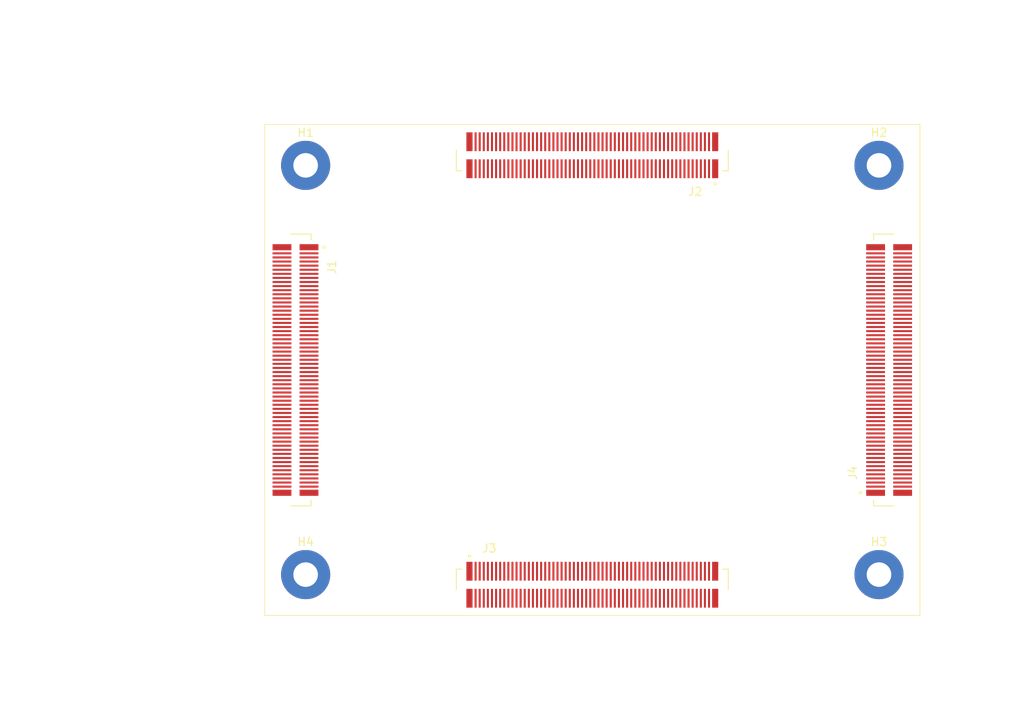
<source format=kicad_pcb>
(kicad_pcb (version 20211014) (generator pcbnew)
  (layers (0 "F.Cu" signal) (31 "B.Cu" signal) (34 "B.Paste" user) (35 "F.Paste" user) (36 "B.SilkS" user "B.Silkscreen") (37 "F.SilkS" user "F.Silkscreen") (38 "B.Mask" user) (39 "F.Mask" user) (44 "Edge.Cuts" user))
  (net 0 "")
  (footprint "pedrolib:PANASONIC_AXK6A2337YG" (layer "F.Cu") (at 140 106.237886)
    (fp_text reference "J3" (at -12.565 -4.445) (layer "F.SilkS"))
    (fp_text value "AXK6A2337YG" hide)
    (fp_line (start -16.6 0.6) (end -16.6 -1.9) (layer "F.SilkS") (width 0.127))
    (fp_line (start -16.6 -1.9) (end -15.9 -1.9) (layer "F.SilkS") (width 0.127))
    (fp_line (start 16.6 -1.9) (end 16.6 0.6) (layer "F.SilkS") (width 0.127))
    (fp_line (start 15.9 -1.9) (end 16.6 -1.9) (layer "F.SilkS") (width 0.127))
    (fp_circle (center -15 -3.5) (end -14.9 -3.5) (layer "F.SilkS") (width 0.2) (fill none))
    (pad "" np_thru_hole circle locked (at 16.05 1.2) (size 0.81 0.81) (drill 0.81) (layers *.Cu *.Mask))
    (pad "" np_thru_hole circle locked (at -16.05 1.2) (size 0.81 0.81) (drill 0.81) (layers *.Cu *.Mask))
    (pad "1" smd rect locked (at -15 -1.65) (size 0.75 2.3) (layers "F.Cu" "F.Mask"))
    (pad "2" smd rect locked (at -15 1.65) (size 0.75 2.3) (layers "F.Cu" "F.Mask"))
    (pad "3" smd rect locked (at -14.25 -1.65) (size 0.25 2.3) (layers "F.Cu" "F.Mask"))
    (pad "4" smd rect locked (at -14.25 1.65) (size 0.25 2.3) (layers "F.Cu" "F.Mask"))
    (pad "5" smd rect locked (at -13.75 -1.65) (size 0.25 2.3) (layers "F.Cu" "F.Mask"))
    (pad "6" smd rect locked (at -13.75 1.65) (size 0.25 2.3) (layers "F.Cu" "F.Mask"))
    (pad "7" smd rect locked (at -13.25 -1.65) (size 0.25 2.3) (layers "F.Cu" "F.Mask"))
    (pad "8" smd rect locked (at -13.25 1.65) (size 0.25 2.3) (layers "F.Cu" "F.Mask"))
    (pad "9" smd rect locked (at -12.75 -1.65) (size 0.25 2.3) (layers "F.Cu" "F.Mask"))
    (pad "10" smd rect locked (at -12.75 1.65) (size 0.25 2.3) (layers "F.Cu" "F.Mask"))
    (pad "11" smd rect locked (at -12.25 -1.65) (size 0.25 2.3) (layers "F.Cu" "F.Mask"))
    (pad "12" smd rect locked (at -12.25 1.65) (size 0.25 2.3) (layers "F.Cu" "F.Mask"))
    (pad "13" smd rect locked (at -11.75 -1.65) (size 0.25 2.3) (layers "F.Cu" "F.Mask"))
    (pad "14" smd rect locked (at -11.75 1.65) (size 0.25 2.3) (layers "F.Cu" "F.Mask"))
    (pad "15" smd rect locked (at -11.25 -1.65) (size 0.25 2.3) (layers "F.Cu" "F.Mask"))
    (pad "16" smd rect locked (at -11.25 1.65) (size 0.25 2.3) (layers "F.Cu" "F.Mask"))
    (pad "17" smd rect locked (at -10.75 -1.65) (size 0.25 2.3) (layers "F.Cu" "F.Mask"))
    (pad "18" smd rect locked (at -10.75 1.65) (size 0.25 2.3) (layers "F.Cu" "F.Mask"))
    (pad "19" smd rect locked (at -10.25 -1.65) (size 0.25 2.3) (layers "F.Cu" "F.Mask"))
    (pad "20" smd rect locked (at -10.25 1.65) (size 0.25 2.3) (layers "F.Cu" "F.Mask"))
    (pad "21" smd rect locked (at -9.75 -1.65) (size 0.25 2.3) (layers "F.Cu" "F.Mask"))
    (pad "22" smd rect locked (at -9.75 1.65) (size 0.25 2.3) (layers "F.Cu" "F.Mask"))
    (pad "23" smd rect locked (at -9.25 -1.65) (size 0.25 2.3) (layers "F.Cu" "F.Mask"))
    (pad "24" smd rect locked (at -9.25 1.65) (size 0.25 2.3) (layers "F.Cu" "F.Mask"))
    (pad "25" smd rect locked (at -8.75 -1.65) (size 0.25 2.3) (layers "F.Cu" "F.Mask"))
    (pad "26" smd rect locked (at -8.75 1.65) (size 0.25 2.3) (layers "F.Cu" "F.Mask"))
    (pad "27" smd rect locked (at -8.25 -1.65) (size 0.25 2.3) (layers "F.Cu" "F.Mask"))
    (pad "28" smd rect locked (at -8.25 1.65) (size 0.25 2.3) (layers "F.Cu" "F.Mask"))
    (pad "29" smd rect locked (at -7.75 -1.65) (size 0.25 2.3) (layers "F.Cu" "F.Mask"))
    (pad "30" smd rect locked (at -7.75 1.65) (size 0.25 2.3) (layers "F.Cu" "F.Mask"))
    (pad "31" smd rect locked (at -7.25 -1.65) (size 0.25 2.3) (layers "F.Cu" "F.Mask"))
    (pad "32" smd rect locked (at -7.25 1.65) (size 0.25 2.3) (layers "F.Cu" "F.Mask"))
    (pad "33" smd rect locked (at -6.75 -1.65) (size 0.25 2.3) (layers "F.Cu" "F.Mask"))
    (pad "34" smd rect locked (at -6.75 1.65) (size 0.25 2.3) (layers "F.Cu" "F.Mask"))
    (pad "35" smd rect locked (at -6.25 -1.65) (size 0.25 2.3) (layers "F.Cu" "F.Mask"))
    (pad "36" smd rect locked (at -6.25 1.65) (size 0.25 2.3) (layers "F.Cu" "F.Mask"))
    (pad "37" smd rect locked (at -5.75 -1.65) (size 0.25 2.3) (layers "F.Cu" "F.Mask"))
    (pad "38" smd rect locked (at -5.75 1.65) (size 0.25 2.3) (layers "F.Cu" "F.Mask"))
    (pad "39" smd rect locked (at -5.25 -1.65) (size 0.25 2.3) (layers "F.Cu" "F.Mask"))
    (pad "40" smd rect locked (at -5.25 1.65) (size 0.25 2.3) (layers "F.Cu" "F.Mask"))
    (pad "41" smd rect locked (at -4.75 -1.65) (size 0.25 2.3) (layers "F.Cu" "F.Mask"))
    (pad "42" smd rect locked (at -4.75 1.65) (size 0.25 2.3) (layers "F.Cu" "F.Mask"))
    (pad "43" smd rect locked (at -4.25 -1.65) (size 0.25 2.3) (layers "F.Cu" "F.Mask"))
    (pad "44" smd rect locked (at -4.25 1.65) (size 0.25 2.3) (layers "F.Cu" "F.Mask"))
    (pad "45" smd rect locked (at -3.75 -1.65) (size 0.25 2.3) (layers "F.Cu" "F.Mask"))
    (pad "46" smd rect locked (at -3.75 1.65) (size 0.25 2.3) (layers "F.Cu" "F.Mask"))
    (pad "47" smd rect locked (at -3.25 -1.65) (size 0.25 2.3) (layers "F.Cu" "F.Mask"))
    (pad "48" smd rect locked (at -3.25 1.65) (size 0.25 2.3) (layers "F.Cu" "F.Mask"))
    (pad "49" smd rect locked (at -2.75 -1.65) (size 0.25 2.3) (layers "F.Cu" "F.Mask"))
    (pad "50" smd rect locked (at -2.75 1.65) (size 0.25 2.3) (layers "F.Cu" "F.Mask"))
    (pad "51" smd rect locked (at -2.25 -1.65) (size 0.25 2.3) (layers "F.Cu" "F.Mask"))
    (pad "52" smd rect locked (at -2.25 1.65) (size 0.25 2.3) (layers "F.Cu" "F.Mask"))
    (pad "53" smd rect locked (at -1.75 -1.65) (size 0.25 2.3) (layers "F.Cu" "F.Mask"))
    (pad "54" smd rect locked (at -1.75 1.65) (size 0.25 2.3) (layers "F.Cu" "F.Mask"))
    (pad "55" smd rect locked (at -1.25 -1.65) (size 0.25 2.3) (layers "F.Cu" "F.Mask"))
    (pad "56" smd rect locked (at -1.25 1.65) (size 0.25 2.3) (layers "F.Cu" "F.Mask"))
    (pad "57" smd rect locked (at -0.75 -1.65) (size 0.25 2.3) (layers "F.Cu" "F.Mask"))
    (pad "58" smd rect locked (at -0.75 1.65) (size 0.25 2.3) (layers "F.Cu" "F.Mask"))
    (pad "59" smd rect locked (at -0.25 -1.65) (size 0.25 2.3) (layers "F.Cu" "F.Mask"))
    (pad "60" smd rect locked (at -0.25 1.65) (size 0.25 2.3) (layers "F.Cu" "F.Mask"))
    (pad "61" smd rect locked (at 0.25 -1.65) (size 0.25 2.3) (layers "F.Cu" "F.Mask"))
    (pad "62" smd rect locked (at 0.25 1.65) (size 0.25 2.3) (layers "F.Cu" "F.Mask"))
    (pad "63" smd rect locked (at 0.75 -1.65) (size 0.25 2.3) (layers "F.Cu" "F.Mask"))
    (pad "64" smd rect locked (at 0.75 1.65) (size 0.25 2.3) (layers "F.Cu" "F.Mask"))
    (pad "65" smd rect locked (at 1.25 -1.65) (size 0.25 2.3) (layers "F.Cu" "F.Mask"))
    (pad "66" smd rect locked (at 1.25 1.65) (size 0.25 2.3) (layers "F.Cu" "F.Mask"))
    (pad "67" smd rect locked (at 1.75 -1.65) (size 0.25 2.3) (layers "F.Cu" "F.Mask"))
    (pad "68" smd rect locked (at 1.75 1.65) (size 0.25 2.3) (layers "F.Cu" "F.Mask"))
    (pad "69" smd rect locked (at 2.25 -1.65) (size 0.25 2.3) (layers "F.Cu" "F.Mask"))
    (pad "70" smd rect locked (at 2.25 1.65) (size 0.25 2.3) (layers "F.Cu" "F.Mask"))
    (pad "71" smd rect locked (at 2.75 -1.65) (size 0.25 2.3) (layers "F.Cu" "F.Mask"))
    (pad "72" smd rect locked (at 2.75 1.65) (size 0.25 2.3) (layers "F.Cu" "F.Mask"))
    (pad "73" smd rect locked (at 3.25 -1.65) (size 0.25 2.3) (layers "F.Cu" "F.Mask"))
    (pad "74" smd rect locked (at 3.25 1.65) (size 0.25 2.3) (layers "F.Cu" "F.Mask"))
    (pad "75" smd rect locked (at 3.75 -1.65) (size 0.25 2.3) (layers "F.Cu" "F.Mask"))
    (pad "76" smd rect locked (at 3.75 1.65) (size 0.25 2.3) (layers "F.Cu" "F.Mask"))
    (pad "77" smd rect locked (at 4.25 -1.65) (size 0.25 2.3) (layers "F.Cu" "F.Mask"))
    (pad "78" smd rect locked (at 4.25 1.65) (size 0.25 2.3) (layers "F.Cu" "F.Mask"))
    (pad "79" smd rect locked (at 4.75 -1.65) (size 0.25 2.3) (layers "F.Cu" "F.Mask"))
    (pad "80" smd rect locked (at 4.75 1.65) (size 0.25 2.3) (layers "F.Cu" "F.Mask"))
    (pad "81" smd rect locked (at 5.25 -1.65) (size 0.25 2.3) (layers "F.Cu" "F.Mask"))
    (pad "82" smd rect locked (at 5.25 1.65) (size 0.25 2.3) (layers "F.Cu" "F.Mask"))
    (pad "83" smd rect locked (at 5.75 -1.65) (size 0.25 2.3) (layers "F.Cu" "F.Mask"))
    (pad "84" smd rect locked (at 5.75 1.65) (size 0.25 2.3) (layers "F.Cu" "F.Mask"))
    (pad "85" smd rect locked (at 6.25 -1.65) (size 0.25 2.3) (layers "F.Cu" "F.Mask"))
    (pad "86" smd rect locked (at 6.25 1.65) (size 0.25 2.3) (layers "F.Cu" "F.Mask"))
    (pad "87" smd rect locked (at 6.75 -1.65) (size 0.25 2.3) (layers "F.Cu" "F.Mask"))
    (pad "88" smd rect locked (at 6.75 1.65) (size 0.25 2.3) (layers "F.Cu" "F.Mask"))
    (pad "89" smd rect locked (at 7.25 -1.65) (size 0.25 2.3) (layers "F.Cu" "F.Mask"))
    (pad "90" smd rect locked (at 7.25 1.65) (size 0.25 2.3) (layers "F.Cu" "F.Mask"))
    (pad "91" smd rect locked (at 7.75 -1.65) (size 0.25 2.3) (layers "F.Cu" "F.Mask"))
    (pad "92" smd rect locked (at 7.75 1.65) (size 0.25 2.3) (layers "F.Cu" "F.Mask"))
    (pad "93" smd rect locked (at 8.25 -1.65) (size 0.25 2.3) (layers "F.Cu" "F.Mask"))
    (pad "94" smd rect locked (at 8.25 1.65) (size 0.25 2.3) (layers "F.Cu" "F.Mask"))
    (pad "95" smd rect locked (at 8.75 -1.65) (size 0.25 2.3) (layers "F.Cu" "F.Mask"))
    (pad "96" smd rect locked (at 8.75 1.65) (size 0.25 2.3) (layers "F.Cu" "F.Mask"))
    (pad "97" smd rect locked (at 9.25 -1.65) (size 0.25 2.3) (layers "F.Cu" "F.Mask"))
    (pad "98" smd rect locked (at 9.25 1.65) (size 0.25 2.3) (layers "F.Cu" "F.Mask"))
    (pad "99" smd rect locked (at 9.75 -1.65) (size 0.25 2.3) (layers "F.Cu" "F.Mask"))
    (pad "100" smd rect locked (at 9.75 1.65) (size 0.25 2.3) (layers "F.Cu" "F.Mask"))
    (pad "101" smd rect locked (at 10.25 -1.65) (size 0.25 2.3) (layers "F.Cu" "F.Mask"))
    (pad "102" smd rect locked (at 10.25 1.65) (size 0.25 2.3) (layers "F.Cu" "F.Mask"))
    (pad "103" smd rect locked (at 10.75 -1.65) (size 0.25 2.3) (layers "F.Cu" "F.Mask"))
    (pad "104" smd rect locked (at 10.75 1.65) (size 0.25 2.3) (layers "F.Cu" "F.Mask"))
    (pad "105" smd rect locked (at 11.25 -1.65) (size 0.25 2.3) (layers "F.Cu" "F.Mask"))
    (pad "106" smd rect locked (at 11.25 1.65) (size 0.25 2.3) (layers "F.Cu" "F.Mask"))
    (pad "107" smd rect locked (at 11.75 -1.65) (size 0.25 2.3) (layers "F.Cu" "F.Mask"))
    (pad "108" smd rect locked (at 11.75 1.65) (size 0.25 2.3) (layers "F.Cu" "F.Mask"))
    (pad "109" smd rect locked (at 12.25 -1.65) (size 0.25 2.3) (layers "F.Cu" "F.Mask"))
    (pad "110" smd rect locked (at 12.25 1.65) (size 0.25 2.3) (layers "F.Cu" "F.Mask"))
    (pad "111" smd rect locked (at 12.75 -1.65) (size 0.25 2.3) (layers "F.Cu" "F.Mask"))
    (pad "112" smd rect locked (at 12.75 1.65) (size 0.25 2.3) (layers "F.Cu" "F.Mask"))
    (pad "113" smd rect locked (at 13.25 -1.65) (size 0.25 2.3) (layers "F.Cu" "F.Mask"))
    (pad "114" smd rect locked (at 13.25 1.65) (size 0.25 2.3) (layers "F.Cu" "F.Mask"))
    (pad "115" smd rect locked (at 13.75 -1.65) (size 0.25 2.3) (layers "F.Cu" "F.Mask"))
    (pad "116" smd rect locked (at 13.75 1.65) (size 0.25 2.3) (layers "F.Cu" "F.Mask"))
    (pad "117" smd rect locked (at 14.25 -1.65) (size 0.25 2.3) (layers "F.Cu" "F.Mask"))
    (pad "118" smd rect locked (at 14.25 1.65) (size 0.25 2.3) (layers "F.Cu" "F.Mask"))
    (pad "119" smd rect locked (at 15 -1.65) (size 0.75 2.3) (layers "F.Cu" "F.Mask"))
    (pad "120" smd rect locked (at 15 1.65) (size 0.75 2.3) (layers "F.Cu" "F.Mask"))
  )
  (footprint "MountingHole:MountingHole_3mm_Pad_TopBottom" (layer "F.Cu") (at 105 105)
    (fp_text reference "H4" (at 0 -4) (layer "F.SilkS"))
    (fp_text value "MountingHole_Pad" hide)
    (pad "1" connect circle locked (at 0 0) (size 6 6) (layers "F.Cu" "F.Mask"))
    (pad "1" connect circle locked (at 0 0) (size 6 6) (layers "B.Cu" "B.Mask"))
    (pad "1" thru_hole circle locked (at 0 0) (size 3.4 3.4) (drill 3) (layers *.Cu *.Mask))
  )
  (footprint "MountingHole:MountingHole_3mm_Pad_TopBottom" (layer "F.Cu") (at 175 105)
    (fp_text reference "H3" (at 0 -4) (layer "F.SilkS"))
    (fp_text value "MountingHole_Pad" hide)
    (pad "1" connect circle locked (at 0 0) (size 6 6) (layers "F.Cu" "F.Mask"))
    (pad "1" thru_hole circle locked (at 0 0) (size 3.4 3.4) (drill 3) (layers *.Cu *.Mask))
    (pad "1" connect circle locked (at 0 0) (size 6 6) (layers "B.Cu" "B.Mask"))
  )
  (footprint "MountingHole:MountingHole_3mm_Pad_TopBottom" (layer "F.Cu") (at 175 55)
    (fp_text reference "H2" (at 0 -4) (layer "F.SilkS"))
    (fp_text value "MountingHole_Pad" hide)
    (pad "1" connect circle locked (at 0 0) (size 6 6) (layers "B.Cu" "B.Mask"))
    (pad "1" connect circle locked (at 0 0) (size 6 6) (layers "F.Cu" "F.Mask"))
    (pad "1" thru_hole circle locked (at 0 0) (size 3.4 3.4) (drill 3) (layers *.Cu *.Mask))
  )
  (footprint "pedrolib:PANASONIC_AXK6A2337YG" (layer "F.Cu") (at 140 53.762248 180)
    (fp_text reference "J2" (at -12.565 -4.445) (layer "F.SilkS"))
    (fp_text value "AXK6A2337YG" hide)
    (fp_line (start 15.9 -1.9) (end 16.6 -1.9) (layer "F.SilkS") (width 0.127))
    (fp_line (start -16.6 0.6) (end -16.6 -1.9) (layer "F.SilkS") (width 0.127))
    (fp_line (start 16.6 -1.9) (end 16.6 0.6) (layer "F.SilkS") (width 0.127))
    (fp_line (start -16.6 -1.9) (end -15.9 -1.9) (layer "F.SilkS") (width 0.127))
    (fp_circle (center -15 -3.5) (end -14.9 -3.5) (layer "F.SilkS") (width 0.2) (fill none))
    (pad "" np_thru_hole circle locked (at -16.05 1.2 180) (size 0.81 0.81) (drill 0.81) (layers *.Cu *.Mask))
    (pad "" np_thru_hole circle locked (at 16.05 1.2 180) (size 0.81 0.81) (drill 0.81) (layers *.Cu *.Mask))
    (pad "1" smd rect locked (at -15 -1.65 180) (size 0.75 2.3) (layers "F.Cu" "F.Mask"))
    (pad "2" smd rect locked (at -15 1.65 180) (size 0.75 2.3) (layers "F.Cu" "F.Mask"))
    (pad "3" smd rect locked (at -14.25 -1.65 180) (size 0.25 2.3) (layers "F.Cu" "F.Mask"))
    (pad "4" smd rect locked (at -14.25 1.65 180) (size 0.25 2.3) (layers "F.Cu" "F.Mask"))
    (pad "5" smd rect locked (at -13.75 -1.65 180) (size 0.25 2.3) (layers "F.Cu" "F.Mask"))
    (pad "6" smd rect locked (at -13.75 1.65 180) (size 0.25 2.3) (layers "F.Cu" "F.Mask"))
    (pad "7" smd rect locked (at -13.25 -1.65 180) (size 0.25 2.3) (layers "F.Cu" "F.Mask"))
    (pad "8" smd rect locked (at -13.25 1.65 180) (size 0.25 2.3) (layers "F.Cu" "F.Mask"))
    (pad "9" smd rect locked (at -12.75 -1.65 180) (size 0.25 2.3) (layers "F.Cu" "F.Mask"))
    (pad "10" smd rect locked (at -12.75 1.65 180) (size 0.25 2.3) (layers "F.Cu" "F.Mask"))
    (pad "11" smd rect locked (at -12.25 -1.65 180) (size 0.25 2.3) (layers "F.Cu" "F.Mask"))
    (pad "12" smd rect locked (at -12.25 1.65 180) (size 0.25 2.3) (layers "F.Cu" "F.Mask"))
    (pad "13" smd rect locked (at -11.75 -1.65 180) (size 0.25 2.3) (layers "F.Cu" "F.Mask"))
    (pad "14" smd rect locked (at -11.75 1.65 180) (size 0.25 2.3) (layers "F.Cu" "F.Mask"))
    (pad "15" smd rect locked (at -11.25 -1.65 180) (size 0.25 2.3) (layers "F.Cu" "F.Mask"))
    (pad "16" smd rect locked (at -11.25 1.65 180) (size 0.25 2.3) (layers "F.Cu" "F.Mask"))
    (pad "17" smd rect locked (at -10.75 -1.65 180) (size 0.25 2.3) (layers "F.Cu" "F.Mask"))
    (pad "18" smd rect locked (at -10.75 1.65 180) (size 0.25 2.3) (layers "F.Cu" "F.Mask"))
    (pad "19" smd rect locked (at -10.25 -1.65 180) (size 0.25 2.3) (layers "F.Cu" "F.Mask"))
    (pad "20" smd rect locked (at -10.25 1.65 180) (size 0.25 2.3) (layers "F.Cu" "F.Mask"))
    (pad "21" smd rect locked (at -9.75 -1.65 180) (size 0.25 2.3) (layers "F.Cu" "F.Mask"))
    (pad "22" smd rect locked (at -9.75 1.65 180) (size 0.25 2.3) (layers "F.Cu" "F.Mask"))
    (pad "23" smd rect locked (at -9.25 -1.65 180) (size 0.25 2.3) (layers "F.Cu" "F.Mask"))
    (pad "24" smd rect locked (at -9.25 1.65 180) (size 0.25 2.3) (layers "F.Cu" "F.Mask"))
    (pad "25" smd rect locked (at -8.75 -1.65 180) (size 0.25 2.3) (layers "F.Cu" "F.Mask"))
    (pad "26" smd rect locked (at -8.75 1.65 180) (size 0.25 2.3) (layers "F.Cu" "F.Mask"))
    (pad "27" smd rect locked (at -8.25 -1.65 180) (size 0.25 2.3) (layers "F.Cu" "F.Mask"))
    (pad "28" smd rect locked (at -8.25 1.65 180) (size 0.25 2.3) (layers "F.Cu" "F.Mask"))
    (pad "29" smd rect locked (at -7.75 -1.65 180) (size 0.25 2.3) (layers "F.Cu" "F.Mask"))
    (pad "30" smd rect locked (at -7.75 1.65 180) (size 0.25 2.3) (layers "F.Cu" "F.Mask"))
    (pad "31" smd rect locked (at -7.25 -1.65 180) (size 0.25 2.3) (layers "F.Cu" "F.Mask"))
    (pad "32" smd rect locked (at -7.25 1.65 180) (size 0.25 2.3) (layers "F.Cu" "F.Mask"))
    (pad "33" smd rect locked (at -6.75 -1.65 180) (size 0.25 2.3) (layers "F.Cu" "F.Mask"))
    (pad "34" smd rect locked (at -6.75 1.65 180) (size 0.25 2.3) (layers "F.Cu" "F.Mask"))
    (pad "35" smd rect locked (at -6.25 -1.65 180) (size 0.25 2.3) (layers "F.Cu" "F.Mask"))
    (pad "36" smd rect locked (at -6.25 1.65 180) (size 0.25 2.3) (layers "F.Cu" "F.Mask"))
    (pad "37" smd rect locked (at -5.75 -1.65 180) (size 0.25 2.3) (layers "F.Cu" "F.Mask"))
    (pad "38" smd rect locked (at -5.75 1.65 180) (size 0.25 2.3) (layers "F.Cu" "F.Mask"))
    (pad "39" smd rect locked (at -5.25 -1.65 180) (size 0.25 2.3) (layers "F.Cu" "F.Mask"))
    (pad "40" smd rect locked (at -5.25 1.65 180) (size 0.25 2.3) (layers "F.Cu" "F.Mask"))
    (pad "41" smd rect locked (at -4.75 -1.65 180) (size 0.25 2.3) (layers "F.Cu" "F.Mask"))
    (pad "42" smd rect locked (at -4.75 1.65 180) (size 0.25 2.3) (layers "F.Cu" "F.Mask"))
    (pad "43" smd rect locked (at -4.25 -1.65 180) (size 0.25 2.3) (layers "F.Cu" "F.Mask"))
    (pad "44" smd rect locked (at -4.25 1.65 180) (size 0.25 2.3) (layers "F.Cu" "F.Mask"))
    (pad "45" smd rect locked (at -3.75 -1.65 180) (size 0.25 2.3) (layers "F.Cu" "F.Mask"))
    (pad "46" smd rect locked (at -3.75 1.65 180) (size 0.25 2.3) (layers "F.Cu" "F.Mask"))
    (pad "47" smd rect locked (at -3.25 -1.65 180) (size 0.25 2.3) (layers "F.Cu" "F.Mask"))
    (pad "48" smd rect locked (at -3.25 1.65 180) (size 0.25 2.3) (layers "F.Cu" "F.Mask"))
    (pad "49" smd rect locked (at -2.75 -1.65 180) (size 0.25 2.3) (layers "F.Cu" "F.Mask"))
    (pad "50" smd rect locked (at -2.75 1.65 180) (size 0.25 2.3) (layers "F.Cu" "F.Mask"))
    (pad "51" smd rect locked (at -2.25 -1.65 180) (size 0.25 2.3) (layers "F.Cu" "F.Mask"))
    (pad "52" smd rect locked (at -2.25 1.65 180) (size 0.25 2.3) (layers "F.Cu" "F.Mask"))
    (pad "53" smd rect locked (at -1.75 -1.65 180) (size 0.25 2.3) (layers "F.Cu" "F.Mask"))
    (pad "54" smd rect locked (at -1.75 1.65 180) (size 0.25 2.3) (layers "F.Cu" "F.Mask"))
    (pad "55" smd rect locked (at -1.25 -1.65 180) (size 0.25 2.3) (layers "F.Cu" "F.Mask"))
    (pad "56" smd rect locked (at -1.25 1.65 180) (size 0.25 2.3) (layers "F.Cu" "F.Mask"))
    (pad "57" smd rect locked (at -0.75 -1.65 180) (size 0.25 2.3) (layers "F.Cu" "F.Mask"))
    (pad "58" smd rect locked (at -0.75 1.65 180) (size 0.25 2.3) (layers "F.Cu" "F.Mask"))
    (pad "59" smd rect locked (at -0.25 -1.65 180) (size 0.25 2.3) (layers "F.Cu" "F.Mask"))
    (pad "60" smd rect locked (at -0.25 1.65 180) (size 0.25 2.3) (layers "F.Cu" "F.Mask"))
    (pad "61" smd rect locked (at 0.25 -1.65 180) (size 0.25 2.3) (layers "F.Cu" "F.Mask"))
    (pad "62" smd rect locked (at 0.25 1.65 180) (size 0.25 2.3) (layers "F.Cu" "F.Mask"))
    (pad "63" smd rect locked (at 0.75 -1.65 180) (size 0.25 2.3) (layers "F.Cu" "F.Mask"))
    (pad "64" smd rect locked (at 0.75 1.65 180) (size 0.25 2.3) (layers "F.Cu" "F.Mask"))
    (pad "65" smd rect locked (at 1.25 -1.65 180) (size 0.25 2.3) (layers "F.Cu" "F.Mask"))
    (pad "66" smd rect locked (at 1.25 1.65 180) (size 0.25 2.3) (layers "F.Cu" "F.Mask"))
    (pad "67" smd rect locked (at 1.75 -1.65 180) (size 0.25 2.3) (layers "F.Cu" "F.Mask"))
    (pad "68" smd rect locked (at 1.75 1.65 180) (size 0.25 2.3) (layers "F.Cu" "F.Mask"))
    (pad "69" smd rect locked (at 2.25 -1.65 180) (size 0.25 2.3) (layers "F.Cu" "F.Mask"))
    (pad "70" smd rect locked (at 2.25 1.65 180) (size 0.25 2.3) (layers "F.Cu" "F.Mask"))
    (pad "71" smd rect locked (at 2.75 -1.65 180) (size 0.25 2.3) (layers "F.Cu" "F.Mask"))
    (pad "72" smd rect locked (at 2.75 1.65 180) (size 0.25 2.3) (layers "F.Cu" "F.Mask"))
    (pad "73" smd rect locked (at 3.25 -1.65 180) (size 0.25 2.3) (layers "F.Cu" "F.Mask"))
    (pad "74" smd rect locked (at 3.25 1.65 180) (size 0.25 2.3) (layers "F.Cu" "F.Mask"))
    (pad "75" smd rect locked (at 3.75 -1.65 180) (size 0.25 2.3) (layers "F.Cu" "F.Mask"))
    (pad "76" smd rect locked (at 3.75 1.65 180) (size 0.25 2.3) (layers "F.Cu" "F.Mask"))
    (pad "77" smd rect locked (at 4.25 -1.65 180) (size 0.25 2.3) (layers "F.Cu" "F.Mask"))
    (pad "78" smd rect locked (at 4.25 1.65 180) (size 0.25 2.3) (layers "F.Cu" "F.Mask"))
    (pad "79" smd rect locked (at 4.75 -1.65 180) (size 0.25 2.3) (layers "F.Cu" "F.Mask"))
    (pad "80" smd rect locked (at 4.75 1.65 180) (size 0.25 2.3) (layers "F.Cu" "F.Mask"))
    (pad "81" smd rect locked (at 5.25 -1.65 180) (size 0.25 2.3) (layers "F.Cu" "F.Mask"))
    (pad "82" smd rect locked (at 5.25 1.65 180) (size 0.25 2.3) (layers "F.Cu" "F.Mask"))
    (pad "83" smd rect locked (at 5.75 -1.65 180) (size 0.25 2.3) (layers "F.Cu" "F.Mask"))
    (pad "84" smd rect locked (at 5.75 1.65 180) (size 0.25 2.3) (layers "F.Cu" "F.Mask"))
    (pad "85" smd rect locked (at 6.25 -1.65 180) (size 0.25 2.3) (layers "F.Cu" "F.Mask"))
    (pad "86" smd rect locked (at 6.25 1.65 180) (size 0.25 2.3) (layers "F.Cu" "F.Mask"))
    (pad "87" smd rect locked (at 6.75 -1.65 180) (size 0.25 2.3) (layers "F.Cu" "F.Mask"))
    (pad "88" smd rect locked (at 6.75 1.65 180) (size 0.25 2.3) (layers "F.Cu" "F.Mask"))
    (pad "89" smd rect locked (at 7.25 -1.65 180) (size 0.25 2.3) (layers "F.Cu" "F.Mask"))
    (pad "90" smd rect locked (at 7.25 1.65 180) (size 0.25 2.3) (layers "F.Cu" "F.Mask"))
    (pad "91" smd rect locked (at 7.75 -1.65 180) (size 0.25 2.3) (layers "F.Cu" "F.Mask"))
    (pad "92" smd rect locked (at 7.75 1.65 180) (size 0.25 2.3) (layers "F.Cu" "F.Mask"))
    (pad "93" smd rect locked (at 8.25 -1.65 180) (size 0.25 2.3) (layers "F.Cu" "F.Mask"))
    (pad "94" smd rect locked (at 8.25 1.65 180) (size 0.25 2.3) (layers "F.Cu" "F.Mask"))
    (pad "95" smd rect locked (at 8.75 -1.65 180) (size 0.25 2.3) (layers "F.Cu" "F.Mask"))
    (pad "96" smd rect locked (at 8.75 1.65 180) (size 0.25 2.3) (layers "F.Cu" "F.Mask"))
    (pad "97" smd rect locked (at 9.25 -1.65 180) (size 0.25 2.3) (layers "F.Cu" "F.Mask"))
    (pad "98" smd rect locked (at 9.25 1.65 180) (size 0.25 2.3) (layers "F.Cu" "F.Mask"))
    (pad "99" smd rect locked (at 9.75 -1.65 180) (size 0.25 2.3) (layers "F.Cu" "F.Mask"))
    (pad "100" smd rect locked (at 9.75 1.65 180) (size 0.25 2.3) (layers "F.Cu" "F.Mask"))
    (pad "101" smd rect locked (at 10.25 -1.65 180) (size 0.25 2.3) (layers "F.Cu" "F.Mask"))
    (pad "102" smd rect locked (at 10.25 1.65 180) (size 0.25 2.3) (layers "F.Cu" "F.Mask"))
    (pad "103" smd rect locked (at 10.75 -1.65 180) (size 0.25 2.3) (layers "F.Cu" "F.Mask"))
    (pad "104" smd rect locked (at 10.75 1.65 180) (size 0.25 2.3) (layers "F.Cu" "F.Mask"))
    (pad "105" smd rect locked (at 11.25 -1.65 180) (size 0.25 2.3) (layers "F.Cu" "F.Mask"))
    (pad "106" smd rect locked (at 11.25 1.65 180) (size 0.25 2.3) (layers "F.Cu" "F.Mask"))
    (pad "107" smd rect locked (at 11.75 -1.65 180) (size 0.25 2.3) (layers "F.Cu" "F.Mask"))
    (pad "108" smd rect locked (at 11.75 1.65 180) (size 0.25 2.3) (layers "F.Cu" "F.Mask"))
    (pad "109" smd rect locked (at 12.25 -1.65 180) (size 0.25 2.3) (layers "F.Cu" "F.Mask"))
    (pad "110" smd rect locked (at 12.25 1.65 180) (size 0.25 2.3) (layers "F.Cu" "F.Mask"))
    (pad "111" smd rect locked (at 12.75 -1.65 180) (size 0.25 2.3) (layers "F.Cu" "F.Mask"))
    (pad "112" smd rect locked (at 12.75 1.65 180) (size 0.25 2.3) (layers "F.Cu" "F.Mask"))
    (pad "113" smd rect locked (at 13.25 -1.65 180) (size 0.25 2.3) (layers "F.Cu" "F.Mask"))
    (pad "114" smd rect locked (at 13.25 1.65 180) (size 0.25 2.3) (layers "F.Cu" "F.Mask"))
    (pad "115" smd rect locked (at 13.75 -1.65 180) (size 0.25 2.3) (layers "F.Cu" "F.Mask"))
    (pad "116" smd rect locked (at 13.75 1.65 180) (size 0.25 2.3) (layers "F.Cu" "F.Mask"))
    (pad "117" smd rect locked (at 14.25 -1.65 180) (size 0.25 2.3) (layers "F.Cu" "F.Mask"))
    (pad "118" smd rect locked (at 14.25 1.65 180) (size 0.25 2.3) (layers "F.Cu" "F.Mask"))
    (pad "119" smd rect locked (at 15 -1.65 180) (size 0.75 2.3) (layers "F.Cu" "F.Mask"))
    (pad "120" smd rect locked (at 15 1.65 180) (size 0.75 2.3) (layers "F.Cu" "F.Mask"))
  )
  (footprint "pedrolib:PANASONIC_AXK6A2337YG" (layer "F.Cu") (at 103.762248 80 -90)
    (fp_text reference "J1" (at -12.565 -4.445 90) (layer "F.SilkS"))
    (fp_text value "AXK6A2337YG" hide)
    (fp_line (start -16.6 0.6) (end -16.6 -1.9) (layer "F.SilkS") (width 0.127))
    (fp_line (start 16.6 -1.9) (end 16.6 0.6) (layer "F.SilkS") (width 0.127))
    (fp_line (start -16.6 -1.9) (end -15.9 -1.9) (layer "F.SilkS") (width 0.127))
    (fp_line (start 15.9 -1.9) (end 16.6 -1.9) (layer "F.SilkS") (width 0.127))
    (fp_circle (center -15 -3.5) (end -14.9 -3.5) (layer "F.SilkS") (width 0.2) (fill none))
    (pad "" np_thru_hole circle locked (at -16.05 1.2 270) (size 0.81 0.81) (drill 0.81) (layers *.Cu *.Mask))
    (pad "" np_thru_hole circle locked (at 16.05 1.2 270) (size 0.81 0.81) (drill 0.81) (layers *.Cu *.Mask))
    (pad "1" smd rect locked (at -15 -1.65 270) (size 0.75 2.3) (layers "F.Cu" "F.Mask"))
    (pad "2" smd rect locked (at -15 1.65 270) (size 0.75 2.3) (layers "F.Cu" "F.Mask"))
    (pad "3" smd rect locked (at -14.25 -1.65 270) (size 0.25 2.3) (layers "F.Cu" "F.Mask"))
    (pad "4" smd rect locked (at -14.25 1.65 270) (size 0.25 2.3) (layers "F.Cu" "F.Mask"))
    (pad "5" smd rect locked (at -13.75 -1.65 270) (size 0.25 2.3) (layers "F.Cu" "F.Mask"))
    (pad "6" smd rect locked (at -13.75 1.65 270) (size 0.25 2.3) (layers "F.Cu" "F.Mask"))
    (pad "7" smd rect locked (at -13.25 -1.65 270) (size 0.25 2.3) (layers "F.Cu" "F.Mask"))
    (pad "8" smd rect locked (at -13.25 1.65 270) (size 0.25 2.3) (layers "F.Cu" "F.Mask"))
    (pad "9" smd rect locked (at -12.75 -1.65 270) (size 0.25 2.3) (layers "F.Cu" "F.Mask"))
    (pad "10" smd rect locked (at -12.75 1.65 270) (size 0.25 2.3) (layers "F.Cu" "F.Mask"))
    (pad "11" smd rect locked (at -12.25 -1.65 270) (size 0.25 2.3) (layers "F.Cu" "F.Mask"))
    (pad "12" smd rect locked (at -12.25 1.65 270) (size 0.25 2.3) (layers "F.Cu" "F.Mask"))
    (pad "13" smd rect locked (at -11.75 -1.65 270) (size 0.25 2.3) (layers "F.Cu" "F.Mask"))
    (pad "14" smd rect locked (at -11.75 1.65 270) (size 0.25 2.3) (layers "F.Cu" "F.Mask"))
    (pad "15" smd rect locked (at -11.25 -1.65 270) (size 0.25 2.3) (layers "F.Cu" "F.Mask"))
    (pad "16" smd rect locked (at -11.25 1.65 270) (size 0.25 2.3) (layers "F.Cu" "F.Mask"))
    (pad "17" smd rect locked (at -10.75 -1.65 270) (size 0.25 2.3) (layers "F.Cu" "F.Mask"))
    (pad "18" smd rect locked (at -10.75 1.65 270) (size 0.25 2.3) (layers "F.Cu" "F.Mask"))
    (pad "19" smd rect locked (at -10.25 -1.65 270) (size 0.25 2.3) (layers "F.Cu" "F.Mask"))
    (pad "20" smd rect locked (at -10.25 1.65 270) (size 0.25 2.3) (layers "F.Cu" "F.Mask"))
    (pad "21" smd rect locked (at -9.75 -1.65 270) (size 0.25 2.3) (layers "F.Cu" "F.Mask"))
    (pad "22" smd rect locked (at -9.75 1.65 270) (size 0.25 2.3) (layers "F.Cu" "F.Mask"))
    (pad "23" smd rect locked (at -9.25 -1.65 270) (size 0.25 2.3) (layers "F.Cu" "F.Mask"))
    (pad "24" smd rect locked (at -9.25 1.65 270) (size 0.25 2.3) (layers "F.Cu" "F.Mask"))
    (pad "25" smd rect locked (at -8.75 -1.65 270) (size 0.25 2.3) (layers "F.Cu" "F.Mask"))
    (pad "26" smd rect locked (at -8.75 1.65 270) (size 0.25 2.3) (layers "F.Cu" "F.Mask"))
    (pad "27" smd rect locked (at -8.25 -1.65 270) (size 0.25 2.3) (layers "F.Cu" "F.Mask"))
    (pad "28" smd rect locked (at -8.25 1.65 270) (size 0.25 2.3) (layers "F.Cu" "F.Mask"))
    (pad "29" smd rect locked (at -7.75 -1.65 270) (size 0.25 2.3) (layers "F.Cu" "F.Mask"))
    (pad "30" smd rect locked (at -7.75 1.65 270) (size 0.25 2.3) (layers "F.Cu" "F.Mask"))
    (pad "31" smd rect locked (at -7.25 -1.65 270) (size 0.25 2.3) (layers "F.Cu" "F.Mask"))
    (pad "32" smd rect locked (at -7.25 1.65 270) (size 0.25 2.3) (layers "F.Cu" "F.Mask"))
    (pad "33" smd rect locked (at -6.75 -1.65 270) (size 0.25 2.3) (layers "F.Cu" "F.Mask"))
    (pad "34" smd rect locked (at -6.75 1.65 270) (size 0.25 2.3) (layers "F.Cu" "F.Mask"))
    (pad "35" smd rect locked (at -6.25 -1.65 270) (size 0.25 2.3) (layers "F.Cu" "F.Mask"))
    (pad "36" smd rect locked (at -6.25 1.65 270) (size 0.25 2.3) (layers "F.Cu" "F.Mask"))
    (pad "37" smd rect locked (at -5.75 -1.65 270) (size 0.25 2.3) (layers "F.Cu" "F.Mask"))
    (pad "38" smd rect locked (at -5.75 1.65 270) (size 0.25 2.3) (layers "F.Cu" "F.Mask"))
    (pad "39" smd rect locked (at -5.25 -1.65 270) (size 0.25 2.3) (layers "F.Cu" "F.Mask"))
    (pad "40" smd rect locked (at -5.25 1.65 270) (size 0.25 2.3) (layers "F.Cu" "F.Mask"))
    (pad "41" smd rect locked (at -4.75 -1.65 270) (size 0.25 2.3) (layers "F.Cu" "F.Mask"))
    (pad "42" smd rect locked (at -4.75 1.65 270) (size 0.25 2.3) (layers "F.Cu" "F.Mask"))
    (pad "43" smd rect locked (at -4.25 -1.65 270) (size 0.25 2.3) (layers "F.Cu" "F.Mask"))
    (pad "44" smd rect locked (at -4.25 1.65 270) (size 0.25 2.3) (layers "F.Cu" "F.Mask"))
    (pad "45" smd rect locked (at -3.75 -1.65 270) (size 0.25 2.3) (layers "F.Cu" "F.Mask"))
    (pad "46" smd rect locked (at -3.75 1.65 270) (size 0.25 2.3) (layers "F.Cu" "F.Mask"))
    (pad "47" smd rect locked (at -3.25 -1.65 270) (size 0.25 2.3) (layers "F.Cu" "F.Mask"))
    (pad "48" smd rect locked (at -3.25 1.65 270) (size 0.25 2.3) (layers "F.Cu" "F.Mask"))
    (pad "49" smd rect locked (at -2.75 -1.65 270) (size 0.25 2.3) (layers "F.Cu" "F.Mask"))
    (pad "50" smd rect locked (at -2.75 1.65 270) (size 0.25 2.3) (layers "F.Cu" "F.Mask"))
    (pad "51" smd rect locked (at -2.25 -1.65 270) (size 0.25 2.3) (layers "F.Cu" "F.Mask"))
    (pad "52" smd rect locked (at -2.25 1.65 270) (size 0.25 2.3) (layers "F.Cu" "F.Mask"))
    (pad "53" smd rect locked (at -1.75 -1.65 270) (size 0.25 2.3) (layers "F.Cu" "F.Mask"))
    (pad "54" smd rect locked (at -1.75 1.65 270) (size 0.25 2.3) (layers "F.Cu" "F.Mask"))
    (pad "55" smd rect locked (at -1.25 -1.65 270) (size 0.25 2.3) (layers "F.Cu" "F.Mask"))
    (pad "56" smd rect locked (at -1.25 1.65 270) (size 0.25 2.3) (layers "F.Cu" "F.Mask"))
    (pad "57" smd rect locked (at -0.75 -1.65 270) (size 0.25 2.3) (layers "F.Cu" "F.Mask"))
    (pad "58" smd rect locked (at -0.75 1.65 270) (size 0.25 2.3) (layers "F.Cu" "F.Mask"))
    (pad "59" smd rect locked (at -0.25 -1.65 270) (size 0.25 2.3) (layers "F.Cu" "F.Mask"))
    (pad "60" smd rect locked (at -0.25 1.65 270) (size 0.25 2.3) (layers "F.Cu" "F.Mask"))
    (pad "61" smd rect locked (at 0.25 -1.65 270) (size 0.25 2.3) (layers "F.Cu" "F.Mask"))
    (pad "62" smd rect locked (at 0.25 1.65 270) (size 0.25 2.3) (layers "F.Cu" "F.Mask"))
    (pad "63" smd rect locked (at 0.75 -1.65 270) (size 0.25 2.3) (layers "F.Cu" "F.Mask"))
    (pad "64" smd rect locked (at 0.75 1.65 270) (size 0.25 2.3) (layers "F.Cu" "F.Mask"))
    (pad "65" smd rect locked (at 1.25 -1.65 270) (size 0.25 2.3) (layers "F.Cu" "F.Mask"))
    (pad "66" smd rect locked (at 1.25 1.65 270) (size 0.25 2.3) (layers "F.Cu" "F.Mask"))
    (pad "67" smd rect locked (at 1.75 -1.65 270) (size 0.25 2.3) (layers "F.Cu" "F.Mask"))
    (pad "68" smd rect locked (at 1.75 1.65 270) (size 0.25 2.3) (layers "F.Cu" "F.Mask"))
    (pad "69" smd rect locked (at 2.25 -1.65 270) (size 0.25 2.3) (layers "F.Cu" "F.Mask"))
    (pad "70" smd rect locked (at 2.25 1.65 270) (size 0.25 2.3) (layers "F.Cu" "F.Mask"))
    (pad "71" smd rect locked (at 2.75 -1.65 270) (size 0.25 2.3) (layers "F.Cu" "F.Mask"))
    (pad "72" smd rect locked (at 2.75 1.65 270) (size 0.25 2.3) (layers "F.Cu" "F.Mask"))
    (pad "73" smd rect locked (at 3.25 -1.65 270) (size 0.25 2.3) (layers "F.Cu" "F.Mask"))
    (pad "74" smd rect locked (at 3.25 1.65 270) (size 0.25 2.3) (layers "F.Cu" "F.Mask"))
    (pad "75" smd rect locked (at 3.75 -1.65 270) (size 0.25 2.3) (layers "F.Cu" "F.Mask"))
    (pad "76" smd rect locked (at 3.75 1.65 270) (size 0.25 2.3) (layers "F.Cu" "F.Mask"))
    (pad "77" smd rect locked (at 4.25 -1.65 270) (size 0.25 2.3) (layers "F.Cu" "F.Mask"))
    (pad "78" smd rect locked (at 4.25 1.65 270) (size 0.25 2.3) (layers "F.Cu" "F.Mask"))
    (pad "79" smd rect locked (at 4.75 -1.65 270) (size 0.25 2.3) (layers "F.Cu" "F.Mask"))
    (pad "80" smd rect locked (at 4.75 1.65 270) (size 0.25 2.3) (layers "F.Cu" "F.Mask"))
    (pad "81" smd rect locked (at 5.25 -1.65 270) (size 0.25 2.3) (layers "F.Cu" "F.Mask"))
    (pad "82" smd rect locked (at 5.25 1.65 270) (size 0.25 2.3) (layers "F.Cu" "F.Mask"))
    (pad "83" smd rect locked (at 5.75 -1.65 270) (size 0.25 2.3) (layers "F.Cu" "F.Mask"))
    (pad "84" smd rect locked (at 5.75 1.65 270) (size 0.25 2.3) (layers "F.Cu" "F.Mask"))
    (pad "85" smd rect locked (at 6.25 -1.65 270) (size 0.25 2.3) (layers "F.Cu" "F.Mask"))
    (pad "86" smd rect locked (at 6.25 1.65 270) (size 0.25 2.3) (layers "F.Cu" "F.Mask"))
    (pad "87" smd rect locked (at 6.75 -1.65 270) (size 0.25 2.3) (layers "F.Cu" "F.Mask"))
    (pad "88" smd rect locked (at 6.75 1.65 270) (size 0.25 2.3) (layers "F.Cu" "F.Mask"))
    (pad "89" smd rect locked (at 7.25 -1.65 270) (size 0.25 2.3) (layers "F.Cu" "F.Mask"))
    (pad "90" smd rect locked (at 7.25 1.65 270) (size 0.25 2.3) (layers "F.Cu" "F.Mask"))
    (pad "91" smd rect locked (at 7.75 -1.65 270) (size 0.25 2.3) (layers "F.Cu" "F.Mask"))
    (pad "92" smd rect locked (at 7.75 1.65 270) (size 0.25 2.3) (layers "F.Cu" "F.Mask"))
    (pad "93" smd rect locked (at 8.25 -1.65 270) (size 0.25 2.3) (layers "F.Cu" "F.Mask"))
    (pad "94" smd rect locked (at 8.25 1.65 270) (size 0.25 2.3) (layers "F.Cu" "F.Mask"))
    (pad "95" smd rect locked (at 8.75 -1.65 270) (size 0.25 2.3) (layers "F.Cu" "F.Mask"))
    (pad "96" smd rect locked (at 8.75 1.65 270) (size 0.25 2.3) (layers "F.Cu" "F.Mask"))
    (pad "97" smd rect locked (at 9.25 -1.65 270) (size 0.25 2.3) (layers "F.Cu" "F.Mask"))
    (pad "98" smd rect locked (at 9.25 1.65 270) (size 0.25 2.3) (layers "F.Cu" "F.Mask"))
    (pad "99" smd rect locked (at 9.75 -1.65 270) (size 0.25 2.3) (layers "F.Cu" "F.Mask"))
    (pad "100" smd rect locked (at 9.75 1.65 270) (size 0.25 2.3) (layers "F.Cu" "F.Mask"))
    (pad "101" smd rect locked (at 10.25 -1.65 270) (size 0.25 2.3) (layers "F.Cu" "F.Mask"))
    (pad "102" smd rect locked (at 10.25 1.65 270) (size 0.25 2.3) (layers "F.Cu" "F.Mask"))
    (pad "103" smd rect locked (at 10.75 -1.65 270) (size 0.25 2.3) (layers "F.Cu" "F.Mask"))
    (pad "104" smd rect locked (at 10.75 1.65 270) (size 0.25 2.3) (layers "F.Cu" "F.Mask"))
    (pad "105" smd rect locked (at 11.25 -1.65 270) (size 0.25 2.3) (layers "F.Cu" "F.Mask"))
    (pad "106" smd rect locked (at 11.25 1.65 270) (size 0.25 2.3) (layers "F.Cu" "F.Mask"))
    (pad "107" smd rect locked (at 11.75 -1.65 270) (size 0.25 2.3) (layers "F.Cu" "F.Mask"))
    (pad "108" smd rect locked (at 11.75 1.65 270) (size 0.25 2.3) (layers "F.Cu" "F.Mask"))
    (pad "109" smd rect locked (at 12.25 -1.65 270) (size 0.25 2.3) (layers "F.Cu" "F.Mask"))
    (pad "110" smd rect locked (at 12.25 1.65 270) (size 0.25 2.3) (layers "F.Cu" "F.Mask"))
    (pad "111" smd rect locked (at 12.75 -1.65 270) (size 0.25 2.3) (layers "F.Cu" "F.Mask"))
    (pad "112" smd rect locked (at 12.75 1.65 270) (size 0.25 2.3) (layers "F.Cu" "F.Mask"))
    (pad "113" smd rect locked (at 13.25 -1.65 270) (size 0.25 2.3) (layers "F.Cu" "F.Mask"))
    (pad "114" smd rect locked (at 13.25 1.65 270) (size 0.25 2.3) (layers "F.Cu" "F.Mask"))
    (pad "115" smd rect locked (at 13.75 -1.65 270) (size 0.25 2.3) (layers "F.Cu" "F.Mask"))
    (pad "116" smd rect locked (at 13.75 1.65 270) (size 0.25 2.3) (layers "F.Cu" "F.Mask"))
    (pad "117" smd rect locked (at 14.25 -1.65 270) (size 0.25 2.3) (layers "F.Cu" "F.Mask"))
    (pad "118" smd rect locked (at 14.25 1.65 270) (size 0.25 2.3) (layers "F.Cu" "F.Mask"))
    (pad "119" smd rect locked (at 15 -1.65 270) (size 0.75 2.3) (layers "F.Cu" "F.Mask"))
    (pad "120" smd rect locked (at 15 1.65 270) (size 0.75 2.3) (layers "F.Cu" "F.Mask"))
  )
  (footprint "pedrolib:PANASONIC_AXK6A2337YG" (layer "F.Cu") (at 176.237592 80 90)
    (fp_text reference "J4" (at -12.565 -4.445 90) (layer "F.SilkS"))
    (fp_text value "AXK6A2337YG" hide)
    (fp_line (start -16.6 -1.9) (end -15.9 -1.9) (layer "F.SilkS") (width 0.127))
    (fp_line (start 16.6 -1.9) (end 16.6 0.6) (layer "F.SilkS") (width 0.127))
    (fp_line (start 15.9 -1.9) (end 16.6 -1.9) (layer "F.SilkS") (width 0.127))
    (fp_line (start -16.6 0.6) (end -16.6 -1.9) (layer "F.SilkS") (width 0.127))
    (fp_circle (center -15 -3.5) (end -14.9 -3.5) (layer "F.SilkS") (width 0.2) (fill none))
    (pad "" np_thru_hole circle locked (at -16.05 1.2 90) (size 0.81 0.81) (drill 0.81) (layers *.Cu *.Mask))
    (pad "" np_thru_hole circle locked (at 16.05 1.2 90) (size 0.81 0.81) (drill 0.81) (layers *.Cu *.Mask))
    (pad "1" smd rect locked (at -15 -1.65 90) (size 0.75 2.3) (layers "F.Cu" "F.Mask"))
    (pad "2" smd rect locked (at -15 1.65 90) (size 0.75 2.3) (layers "F.Cu" "F.Mask"))
    (pad "3" smd rect locked (at -14.25 -1.65 90) (size 0.25 2.3) (layers "F.Cu" "F.Mask"))
    (pad "4" smd rect locked (at -14.25 1.65 90) (size 0.25 2.3) (layers "F.Cu" "F.Mask"))
    (pad "5" smd rect locked (at -13.75 -1.65 90) (size 0.25 2.3) (layers "F.Cu" "F.Mask"))
    (pad "6" smd rect locked (at -13.75 1.65 90) (size 0.25 2.3) (layers "F.Cu" "F.Mask"))
    (pad "7" smd rect locked (at -13.25 -1.65 90) (size 0.25 2.3) (layers "F.Cu" "F.Mask"))
    (pad "8" smd rect locked (at -13.25 1.65 90) (size 0.25 2.3) (layers "F.Cu" "F.Mask"))
    (pad "9" smd rect locked (at -12.75 -1.65 90) (size 0.25 2.3) (layers "F.Cu" "F.Mask"))
    (pad "10" smd rect locked (at -12.75 1.65 90) (size 0.25 2.3) (layers "F.Cu" "F.Mask"))
    (pad "11" smd rect locked (at -12.25 -1.65 90) (size 0.25 2.3) (layers "F.Cu" "F.Mask"))
    (pad "12" smd rect locked (at -12.25 1.65 90) (size 0.25 2.3) (layers "F.Cu" "F.Mask"))
    (pad "13" smd rect locked (at -11.75 -1.65 90) (size 0.25 2.3) (layers "F.Cu" "F.Mask"))
    (pad "14" smd rect locked (at -11.75 1.65 90) (size 0.25 2.3) (layers "F.Cu" "F.Mask"))
    (pad "15" smd rect locked (at -11.25 -1.65 90) (size 0.25 2.3) (layers "F.Cu" "F.Mask"))
    (pad "16" smd rect locked (at -11.25 1.65 90) (size 0.25 2.3) (layers "F.Cu" "F.Mask"))
    (pad "17" smd rect locked (at -10.75 -1.65 90) (size 0.25 2.3) (layers "F.Cu" "F.Mask"))
    (pad "18" smd rect locked (at -10.75 1.65 90) (size 0.25 2.3) (layers "F.Cu" "F.Mask"))
    (pad "19" smd rect locked (at -10.25 -1.65 90) (size 0.25 2.3) (layers "F.Cu" "F.Mask"))
    (pad "20" smd rect locked (at -10.25 1.65 90) (size 0.25 2.3) (layers "F.Cu" "F.Mask"))
    (pad "21" smd rect locked (at -9.75 -1.65 90) (size 0.25 2.3) (layers "F.Cu" "F.Mask"))
    (pad "22" smd rect locked (at -9.75 1.65 90) (size 0.25 2.3) (layers "F.Cu" "F.Mask"))
    (pad "23" smd rect locked (at -9.25 -1.65 90) (size 0.25 2.3) (layers "F.Cu" "F.Mask"))
    (pad "24" smd rect locked (at -9.25 1.65 90) (size 0.25 2.3) (layers "F.Cu" "F.Mask"))
    (pad "25" smd rect locked (at -8.75 -1.65 90) (size 0.25 2.3) (layers "F.Cu" "F.Mask"))
    (pad "26" smd rect locked (at -8.75 1.65 90) (size 0.25 2.3) (layers "F.Cu" "F.Mask"))
    (pad "27" smd rect locked (at -8.25 -1.65 90) (size 0.25 2.3) (layers "F.Cu" "F.Mask"))
    (pad "28" smd rect locked (at -8.25 1.65 90) (size 0.25 2.3) (layers "F.Cu" "F.Mask"))
    (pad "29" smd rect locked (at -7.75 -1.65 90) (size 0.25 2.3) (layers "F.Cu" "F.Mask"))
    (pad "30" smd rect locked (at -7.75 1.65 90) (size 0.25 2.3) (layers "F.Cu" "F.Mask"))
    (pad "31" smd rect locked (at -7.25 -1.65 90) (size 0.25 2.3) (layers "F.Cu" "F.Mask"))
    (pad "32" smd rect locked (at -7.25 1.65 90) (size 0.25 2.3) (layers "F.Cu" "F.Mask"))
    (pad "33" smd rect locked (at -6.75 -1.65 90) (size 0.25 2.3) (layers "F.Cu" "F.Mask"))
    (pad "34" smd rect locked (at -6.75 1.65 90) (size 0.25 2.3) (layers "F.Cu" "F.Mask"))
    (pad "35" smd rect locked (at -6.25 -1.65 90) (size 0.25 2.3) (layers "F.Cu" "F.Mask"))
    (pad "36" smd rect locked (at -6.25 1.65 90) (size 0.25 2.3) (layers "F.Cu" "F.Mask"))
    (pad "37" smd rect locked (at -5.75 -1.65 90) (size 0.25 2.3) (layers "F.Cu" "F.Mask"))
    (pad "38" smd rect locked (at -5.75 1.65 90) (size 0.25 2.3) (layers "F.Cu" "F.Mask"))
    (pad "39" smd rect locked (at -5.25 -1.65 90) (size 0.25 2.3) (layers "F.Cu" "F.Mask"))
    (pad "40" smd rect locked (at -5.25 1.65 90) (size 0.25 2.3) (layers "F.Cu" "F.Mask"))
    (pad "41" smd rect locked (at -4.75 -1.65 90) (size 0.25 2.3) (layers "F.Cu" "F.Mask"))
    (pad "42" smd rect locked (at -4.75 1.65 90) (size 0.25 2.3) (layers "F.Cu" "F.Mask"))
    (pad "43" smd rect locked (at -4.25 -1.65 90) (size 0.25 2.3) (layers "F.Cu" "F.Mask"))
    (pad "44" smd rect locked (at -4.25 1.65 90) (size 0.25 2.3) (layers "F.Cu" "F.Mask"))
    (pad "45" smd rect locked (at -3.75 -1.65 90) (size 0.25 2.3) (layers "F.Cu" "F.Mask"))
    (pad "46" smd rect locked (at -3.75 1.65 90) (size 0.25 2.3) (layers "F.Cu" "F.Mask"))
    (pad "47" smd rect locked (at -3.25 -1.65 90) (size 0.25 2.3) (layers "F.Cu" "F.Mask"))
    (pad "48" smd rect locked (at -3.25 1.65 90) (size 0.25 2.3) (layers "F.Cu" "F.Mask"))
    (pad "49" smd rect locked (at -2.75 -1.65 90) (size 0.25 2.3) (layers "F.Cu" "F.Mask"))
    (pad "50" smd rect locked (at -2.75 1.65 90) (size 0.25 2.3) (layers "F.Cu" "F.Mask"))
    (pad "51" smd rect locked (at -2.25 -1.65 90) (size 0.25 2.3) (layers "F.Cu" "F.Mask"))
    (pad "52" smd rect locked (at -2.25 1.65 90) (size 0.25 2.3) (layers "F.Cu" "F.Mask"))
    (pad "53" smd rect locked (at -1.75 -1.65 90) (size 0.25 2.3) (layers "F.Cu" "F.Mask"))
    (pad "54" smd rect locked (at -1.75 1.65 90) (size 0.25 2.3) (layers "F.Cu" "F.Mask"))
    (pad "55" smd rect locked (at -1.25 -1.65 90) (size 0.25 2.3) (layers "F.Cu" "F.Mask"))
    (pad "56" smd rect locked (at -1.25 1.65 90) (size 0.25 2.3) (layers "F.Cu" "F.Mask"))
    (pad "57" smd rect locked (at -0.75 -1.65 90) (size 0.25 2.3) (layers "F.Cu" "F.Mask"))
    (pad "58" smd rect locked (at -0.75 1.65 90) (size 0.25 2.3) (layers "F.Cu" "F.Mask"))
    (pad "59" smd rect locked (at -0.25 -1.65 90) (size 0.25 2.3) (layers "F.Cu" "F.Mask"))
    (pad "60" smd rect locked (at -0.25 1.65 90) (size 0.25 2.3) (layers "F.Cu" "F.Mask"))
    (pad "61" smd rect locked (at 0.25 -1.65 90) (size 0.25 2.3) (layers "F.Cu" "F.Mask"))
    (pad "62" smd rect locked (at 0.25 1.65 90) (size 0.25 2.3) (layers "F.Cu" "F.Mask"))
    (pad "63" smd rect locked (at 0.75 -1.65 90) (size 0.25 2.3) (layers "F.Cu" "F.Mask"))
    (pad "64" smd rect locked (at 0.75 1.65 90) (size 0.25 2.3) (layers "F.Cu" "F.Mask"))
    (pad "65" smd rect locked (at 1.25 -1.65 90) (size 0.25 2.3) (layers "F.Cu" "F.Mask"))
    (pad "66" smd rect locked (at 1.25 1.65 90) (size 0.25 2.3) (layers "F.Cu" "F.Mask"))
    (pad "67" smd rect locked (at 1.75 -1.65 90) (size 0.25 2.3) (layers "F.Cu" "F.Mask"))
    (pad "68" smd rect locked (at 1.75 1.65 90) (size 0.25 2.3) (layers "F.Cu" "F.Mask"))
    (pad "69" smd rect locked (at 2.25 -1.65 90) (size 0.25 2.3) (layers "F.Cu" "F.Mask"))
    (pad "70" smd rect locked (at 2.25 1.65 90) (size 0.25 2.3) (layers "F.Cu" "F.Mask"))
    (pad "71" smd rect locked (at 2.75 -1.65 90) (size 0.25 2.3) (layers "F.Cu" "F.Mask"))
    (pad "72" smd rect locked (at 2.75 1.65 90) (size 0.25 2.3) (layers "F.Cu" "F.Mask"))
    (pad "73" smd rect locked (at 3.25 -1.65 90) (size 0.25 2.3) (layers "F.Cu" "F.Mask"))
    (pad "74" smd rect locked (at 3.25 1.65 90) (size 0.25 2.3) (layers "F.Cu" "F.Mask"))
    (pad "75" smd rect locked (at 3.75 -1.65 90) (size 0.25 2.3) (layers "F.Cu" "F.Mask"))
    (pad "76" smd rect locked (at 3.75 1.65 90) (size 0.25 2.3) (layers "F.Cu" "F.Mask"))
    (pad "77" smd rect locked (at 4.25 -1.65 90) (size 0.25 2.3) (layers "F.Cu" "F.Mask"))
    (pad "78" smd rect locked (at 4.25 1.65 90) (size 0.25 2.3) (layers "F.Cu" "F.Mask"))
    (pad "79" smd rect locked (at 4.75 -1.65 90) (size 0.25 2.3) (layers "F.Cu" "F.Mask"))
    (pad "80" smd rect locked (at 4.75 1.65 90) (size 0.25 2.3) (layers "F.Cu" "F.Mask"))
    (pad "81" smd rect locked (at 5.25 -1.65 90) (size 0.25 2.3) (layers "F.Cu" "F.Mask"))
    (pad "82" smd rect locked (at 5.25 1.65 90) (size 0.25 2.3) (layers "F.Cu" "F.Mask"))
    (pad "83" smd rect locked (at 5.75 -1.65 90) (size 0.25 2.3) (layers "F.Cu" "F.Mask"))
    (pad "84" smd rect locked (at 5.75 1.65 90) (size 0.25 2.3) (layers "F.Cu" "F.Mask"))
    (pad "85" smd rect locked (at 6.25 -1.65 90) (size 0.25 2.3) (layers "F.Cu" "F.Mask"))
    (pad "86" smd rect locked (at 6.25 1.65 90) (size 0.25 2.3) (layers "F.Cu" "F.Mask"))
    (pad "87" smd rect locked (at 6.75 -1.65 90) (size 0.25 2.3) (layers "F.Cu" "F.Mask"))
    (pad "88" smd rect locked (at 6.75 1.65 90) (size 0.25 2.3) (layers "F.Cu" "F.Mask"))
    (pad "89" smd rect locked (at 7.25 -1.65 90) (size 0.25 2.3) (layers "F.Cu" "F.Mask"))
    (pad "90" smd rect locked (at 7.25 1.65 90) (size 0.25 2.3) (layers "F.Cu" "F.Mask"))
    (pad "91" smd rect locked (at 7.75 -1.65 90) (size 0.25 2.3) (layers "F.Cu" "F.Mask"))
    (pad "92" smd rect locked (at 7.75 1.65 90) (size 0.25 2.3) (layers "F.Cu" "F.Mask"))
    (pad "93" smd rect locked (at 8.25 -1.65 90) (size 0.25 2.3) (layers "F.Cu" "F.Mask"))
    (pad "94" smd rect locked (at 8.25 1.65 90) (size 0.25 2.3) (layers "F.Cu" "F.Mask"))
    (pad "95" smd rect locked (at 8.75 -1.65 90) (size 0.25 2.3) (layers "F.Cu" "F.Mask"))
    (pad "96" smd rect locked (at 8.75 1.65 90) (size 0.25 2.3) (layers "F.Cu" "F.Mask"))
    (pad "97" smd rect locked (at 9.25 -1.65 90) (size 0.25 2.3) (layers "F.Cu" "F.Mask"))
    (pad "98" smd rect locked (at 9.25 1.65 90) (size 0.25 2.3) (layers "F.Cu" "F.Mask"))
    (pad "99" smd rect locked (at 9.75 -1.65 90) (size 0.25 2.3) (layers "F.Cu" "F.Mask"))
    (pad "100" smd rect locked (at 9.75 1.65 90) (size 0.25 2.3) (layers "F.Cu" "F.Mask"))
    (pad "101" smd rect locked (at 10.25 -1.65 90) (size 0.25 2.3) (layers "F.Cu" "F.Mask"))
    (pad "102" smd rect locked (at 10.25 1.65 90) (size 0.25 2.3) (layers "F.Cu" "F.Mask"))
    (pad "103" smd rect locked (at 10.75 -1.65 90) (size 0.25 2.3) (layers "F.Cu" "F.Mask"))
    (pad "104" smd rect locked (at 10.75 1.65 90) (size 0.25 2.3) (layers "F.Cu" "F.Mask"))
    (pad "105" smd rect locked (at 11.25 -1.65 90) (size 0.25 2.3) (layers "F.Cu" "F.Mask"))
    (pad "106" smd rect locked (at 11.25 1.65 90) (size 0.25 2.3) (layers "F.Cu" "F.Mask"))
    (pad "107" smd rect locked (at 11.75 -1.65 90) (size 0.25 2.3) (layers "F.Cu" "F.Mask"))
    (pad "108" smd rect locked (at 11.75 1.65 90) (size 0.25 2.3) (layers "F.Cu" "F.Mask"))
    (pad "109" smd rect locked (at 12.25 -1.65 90) (size 0.25 2.3) (layers "F.Cu" "F.Mask"))
    (pad "110" smd rect locked (at 12.25 1.65 90) (size 0.25 2.3) (layers "F.Cu" "F.Mask"))
    (pad "111" smd rect locked (at 12.75 -1.65 90) (size 0.25 2.3) (layers "F.Cu" "F.Mask"))
    (pad "112" smd rect locked (at 12.75 1.65 90) (size 0.25 2.3) (layers "F.Cu" "F.Mask"))
    (pad "113" smd rect locked (at 13.25 -1.65 90) (size 0.25 2.3) (layers "F.Cu" "F.Mask"))
    (pad "114" smd rect locked (at 13.25 1.65 90) (size 0.25 2.3) (layers "F.Cu" "F.Mask"))
    (pad "115" smd rect locked (at 13.75 -1.65 90) (size 0.25 2.3) (layers "F.Cu" "F.Mask"))
    (pad "116" smd rect locked (at 13.75 1.65 90) (size 0.25 2.3) (layers "F.Cu" "F.Mask"))
    (pad "117" smd rect locked (at 14.25 -1.65 90) (size 0.25 2.3) (layers "F.Cu" "F.Mask"))
    (pad "118" smd rect locked (at 14.25 1.65 90) (size 0.25 2.3) (layers "F.Cu" "F.Mask"))
    (pad "119" smd rect locked (at 15 -1.65 90) (size 0.75 2.3) (layers "F.Cu" "F.Mask"))
    (pad "120" smd rect locked (at 15 1.65 90) (size 0.75 2.3) (layers "F.Cu" "F.Mask"))
  )
  (footprint "MountingHole:MountingHole_3mm_Pad_TopBottom" (layer "F.Cu") (at 105 55)
    (fp_text reference "H1" (at 0 -4) (layer "F.SilkS"))
    (fp_text value "MountingHole_Pad" hide)
    (pad "1" thru_hole circle locked (at 0 0) (size 3.4 3.4) (drill 3) (layers *.Cu *.Mask))
    (pad "1" connect circle locked (at 0 0) (size 6 6) (layers "F.Cu" "F.Mask"))
    (pad "1" connect circle locked (at 0 0) (size 6 6) (layers "B.Cu" "B.Mask"))
  )
  (gr_rect (start 100 50) (end 180 110) (layer "F.SilkS") (width 0.1) (fill none))
)
</source>
